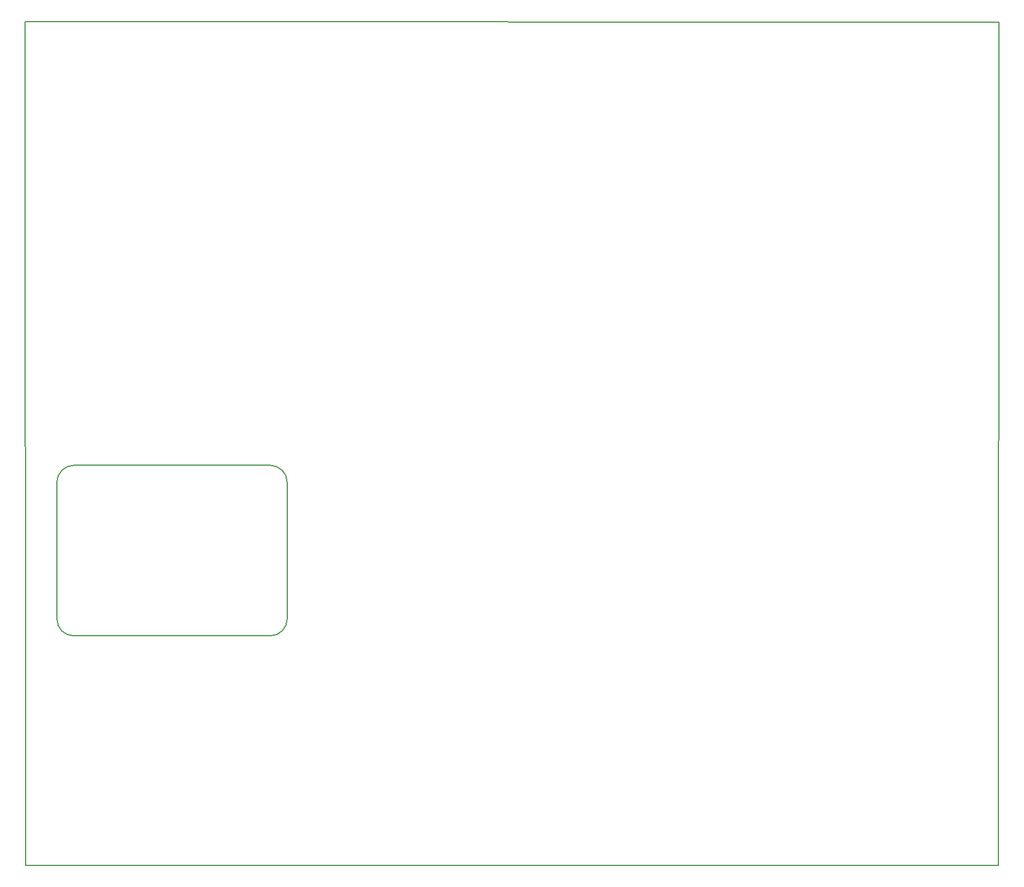
<source format=gbr>
G04 #@! TF.GenerationSoftware,KiCad,Pcbnew,5.0.1-33cea8e~68~ubuntu16.04.1*
G04 #@! TF.CreationDate,2018-10-29T02:33:34-07:00*
G04 #@! TF.ProjectId,integrated-board-design-2,696E74656772617465642D626F617264,rev?*
G04 #@! TF.SameCoordinates,Original*
G04 #@! TF.FileFunction,Profile,NP*
%FSLAX46Y46*%
G04 Gerber Fmt 4.6, Leading zero omitted, Abs format (unit mm)*
G04 Created by KiCad (PCBNEW 5.0.1-33cea8e~68~ubuntu16.04.1) date Mon 29 Oct 2018 02:33:34 AM PDT*
%MOMM*%
%LPD*%
G01*
G04 APERTURE LIST*
%ADD10C,0.150000*%
G04 APERTURE END LIST*
D10*
X73243900Y-154768020D02*
X218000000Y-154735000D01*
X73100000Y-29085000D02*
X73200000Y-154760000D01*
X218050000Y-29210000D02*
X73075000Y-29085000D01*
X217975000Y-154760000D02*
X218025000Y-29335000D01*
X109577015Y-120596309D02*
X80367015Y-120596309D01*
X77827015Y-118056309D02*
G75*
G03X80367015Y-120596309I2540000J0D01*
G01*
X77827015Y-118056309D02*
X77827015Y-97736309D01*
X80367015Y-95196309D02*
G75*
G03X77827015Y-97736309I0J-2540000D01*
G01*
X80367015Y-95196309D02*
X109577015Y-95196309D01*
X112117015Y-97736309D02*
G75*
G03X109577015Y-95196309I-2540000J0D01*
G01*
X112117015Y-97736309D02*
X112117015Y-118056309D01*
X109577015Y-120596309D02*
G75*
G03X112117015Y-118056309I0J2540000D01*
G01*
M02*

</source>
